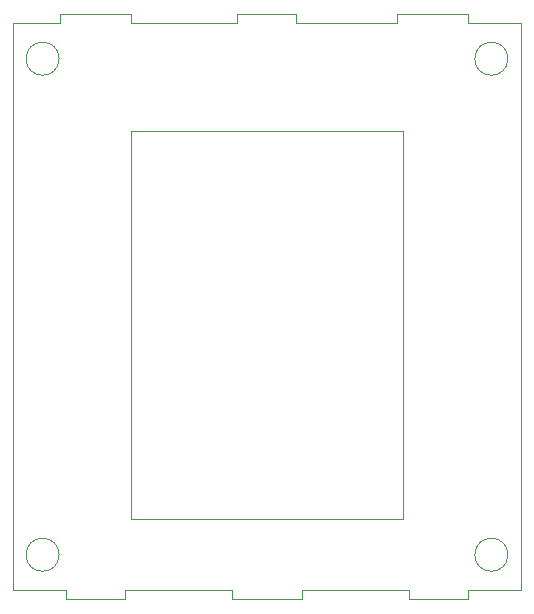
<source format=gm1>
G04 #@! TF.GenerationSoftware,KiCad,Pcbnew,(7.0.0-0)*
G04 #@! TF.CreationDate,2024-03-30T14:09:05+02:00*
G04 #@! TF.ProjectId,radio-battery-replacement,72616469-6f2d-4626-9174-746572792d72,rev?*
G04 #@! TF.SameCoordinates,Original*
G04 #@! TF.FileFunction,Profile,NP*
%FSLAX46Y46*%
G04 Gerber Fmt 4.6, Leading zero omitted, Abs format (unit mm)*
G04 Created by KiCad (PCBNEW (7.0.0-0)) date 2024-03-30 14:09:05*
%MOMM*%
%LPD*%
G01*
G04 APERTURE LIST*
G04 #@! TA.AperFunction,Profile*
%ADD10C,0.050000*%
G04 #@! TD*
G04 APERTURE END LIST*
D10*
X90000000Y-70000000D02*
X90000000Y-118000000D01*
X94500000Y-118750000D02*
X99500000Y-118750000D01*
X114500000Y-118000000D02*
X123500000Y-118000000D01*
X123500000Y-118750000D02*
X128500000Y-118750000D01*
X123500000Y-118000000D02*
X123500000Y-118750000D01*
X94500000Y-118000000D02*
X94500000Y-118750000D01*
X128500000Y-118750000D02*
X128500000Y-118000000D01*
X94500000Y-118000000D02*
X90000000Y-118000000D01*
X99500000Y-118750000D02*
X99500000Y-118000000D01*
X99500000Y-118000000D02*
X108500000Y-118000000D01*
X128500000Y-118000000D02*
X133000000Y-118000000D01*
X133000000Y-118000000D02*
X133000000Y-70000000D01*
X122500000Y-70000000D02*
X114000000Y-70000000D01*
X114000000Y-69250000D02*
X109000000Y-69250000D01*
X122500000Y-69250000D02*
X122500000Y-70000000D01*
X128500000Y-70000000D02*
X133000000Y-70000000D01*
X114000000Y-70000000D02*
X114000000Y-69250000D01*
X109000000Y-69250000D02*
X109000000Y-70000000D01*
X94000000Y-69250000D02*
X94000000Y-70000000D01*
X128500000Y-70000000D02*
X128500000Y-69250000D01*
X100000000Y-70000000D02*
X100000000Y-69250000D01*
X94000000Y-70000000D02*
X90000000Y-70000000D01*
X100000000Y-69250000D02*
X94000000Y-69250000D01*
X109000000Y-70000000D02*
X100000000Y-70000000D01*
X128500000Y-69250000D02*
X122500000Y-69250000D01*
X114500000Y-118750000D02*
X114500000Y-118000000D01*
X108500000Y-118000000D02*
X108500000Y-118750000D01*
X108500000Y-118750000D02*
X114500000Y-118750000D01*
X93900000Y-115000000D02*
G75*
G03*
X93900000Y-115000000I-1400000J0D01*
G01*
X131900000Y-115000000D02*
G75*
G03*
X131900000Y-115000000I-1400000J0D01*
G01*
X93900000Y-73000000D02*
G75*
G03*
X93900000Y-73000000I-1400000J0D01*
G01*
X100000000Y-79100000D02*
X123000000Y-79100000D01*
X123000000Y-79100000D02*
X123000000Y-112000000D01*
X123000000Y-112000000D02*
X100000000Y-112000000D01*
X100000000Y-112000000D02*
X100000000Y-79100000D01*
X131900000Y-73000000D02*
G75*
G03*
X131900000Y-73000000I-1400000J0D01*
G01*
M02*

</source>
